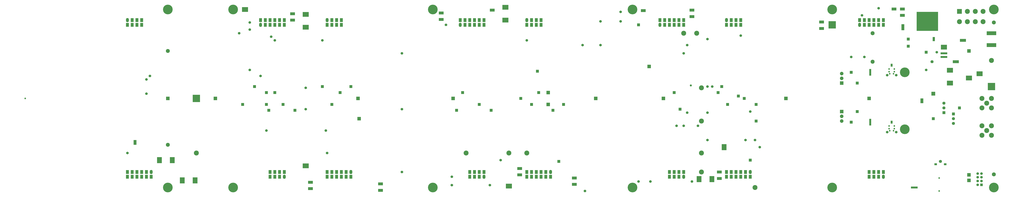
<source format=gbs>
*%FSLAX24Y24*%
*%MOIN*%
G01*
%ADD11C,0.0000*%
%ADD12C,0.0050*%
%ADD13C,0.0060*%
%ADD14C,0.0070*%
%ADD15C,0.0073*%
%ADD16C,0.0079*%
%ADD17C,0.0080*%
%ADD18C,0.0098*%
%ADD19C,0.0100*%
%ADD20C,0.0120*%
%ADD21C,0.0140*%
%ADD22C,0.0160*%
%ADD23C,0.0180*%
%ADD24C,0.0180*%
%ADD25C,0.0200*%
%ADD26C,0.0200*%
%ADD27C,0.0250*%
%ADD28C,0.0260*%
%ADD29C,0.0300*%
%ADD30C,0.0300*%
%ADD31C,0.0320*%
%ADD32C,0.0320*%
%ADD33C,0.0340*%
%ADD34C,0.0360*%
%ADD35C,0.0380*%
%ADD36C,0.0394*%
%ADD37C,0.0400*%
%ADD38C,0.0400*%
%ADD39C,0.0434*%
%ADD40C,0.0440*%
%ADD41C,0.0450*%
%ADD42C,0.0500*%
%ADD43C,0.0500*%
%ADD44C,0.0520*%
%ADD45C,0.0540*%
%ADD46C,0.0560*%
%ADD47O,0.0560X0.0850*%
%ADD48C,0.0580*%
%ADD49C,0.0600*%
%ADD50O,0.0600X0.0890*%
%ADD51C,0.0620*%
%ADD52C,0.0640*%
%ADD53C,0.0670*%
%ADD54C,0.0680*%
%ADD55C,0.0700*%
%ADD56C,0.0740*%
%ADD57C,0.0760*%
%ADD58C,0.0800*%
%ADD59C,0.0800*%
%ADD60C,0.0820*%
%ADD61C,0.0827*%
%ADD62C,0.0840*%
%ADD63C,0.0870*%
%ADD64C,0.0900*%
%ADD65C,0.1000*%
%ADD66C,0.1000*%
%ADD67C,0.1040*%
%ADD68C,0.1200*%
%ADD69C,0.1250*%
%ADD70C,0.1500*%
%ADD71C,0.1516*%
%ADD72C,0.1516*%
%ADD73C,0.2000*%
%ADD74C,0.2040*%
%ADD75C,0.2500*%
%ADD76R,0.0200X0.0200*%
%ADD77R,0.0200X0.0500*%
%ADD78R,0.0200X0.0650*%
%ADD79R,0.0200X0.1600*%
%ADD80R,0.0280X0.0600*%
%ADD81R,0.0300X0.0300*%
%ADD82R,0.0320X0.0640*%
%ADD83R,0.0350X0.0550*%
%ADD84R,0.0350X0.0800*%
%ADD85R,0.0360X0.0600*%
%ADD86R,0.0360X0.1300*%
%ADD87R,0.0400X0.0400*%
%ADD88R,0.0400X0.0640*%
%ADD89R,0.0400X0.1350*%
%ADD90R,0.0420X0.0850*%
%ADD91R,0.0440X0.1390*%
%ADD92R,0.0460X0.0890*%
%ADD93R,0.0500X0.0400*%
%ADD94R,0.0500X0.0500*%
%ADD95R,0.0500X0.0500*%
%ADD96R,0.0500X0.1200*%
%ADD97R,0.0540X0.0440*%
%ADD98R,0.0540X0.0540*%
%ADD99R,0.0540X0.0960*%
%ADD100R,0.0550X0.0650*%
%ADD101R,0.0551X0.0394*%
%ADD102R,0.0551X0.1417*%
%ADD103R,0.0560X0.0750*%
%ADD104R,0.0591X0.0984*%
%ADD105R,0.0591X0.0434*%
%ADD106R,0.0600X0.0600*%
%ADD107R,0.0600X0.0600*%
%ADD108R,0.0600X0.0790*%
%ADD109R,0.0600X0.1000*%
%ADD110R,0.0600X0.1250*%
%ADD111R,0.0631X0.1024*%
%ADD112R,0.0640X0.0640*%
%ADD113R,0.0640X0.1040*%
%ADD114R,0.0640X0.1290*%
%ADD115R,0.0700X0.0600*%
%ADD116R,0.0700X0.0700*%
%ADD117R,0.0700X0.0700*%
%ADD118R,0.0740X0.0640*%
%ADD119R,0.0740X0.0740*%
%ADD120R,0.0750X0.0750*%
%ADD121R,0.0790X0.0790*%
%ADD122R,0.0800X0.0800*%
%ADD123R,0.0800X0.0800*%
%ADD124R,0.0800X0.1250*%
%ADD125R,0.0840X0.0840*%
%ADD126R,0.0850X0.0500*%
%ADD127R,0.0890X0.0540*%
%ADD128R,0.0960X0.0540*%
%ADD129R,0.0960X0.1220*%
%ADD130R,0.1000X0.0600*%
%ADD131R,0.1000X0.1000*%
%ADD132R,0.1000X0.1250*%
%ADD133R,0.1040X0.0640*%
%ADD134R,0.1040X0.1040*%
%ADD135R,0.1040X0.1290*%
%ADD136R,0.1102X0.0394*%
%ADD137R,0.1200X0.0500*%
%ADD138R,0.1200X0.0950*%
%ADD139R,0.1200X0.1000*%
%ADD140R,0.1220X0.0960*%
%ADD141R,0.1250X0.0600*%
%ADD142R,0.1250X0.1000*%
%ADD143R,0.1290X0.0640*%
%ADD144R,0.1290X0.1040*%
%ADD145R,0.1300X0.0360*%
%ADD146R,0.1350X0.0400*%
%ADD147R,0.1390X0.0440*%
%ADD148R,0.1500X0.1500*%
%ADD149R,0.1540X0.1540*%
%ADD150R,0.1600X0.1600*%
%ADD151R,0.1700X0.1700*%
%ADD152R,0.1800X0.1800*%
%ADD153R,0.1900X0.0700*%
%ADD154R,0.1900X0.1900*%
%ADD155R,0.2000X0.0750*%
%ADD156R,0.2000X0.2000*%
%ADD157R,0.2040X0.0790*%
%ADD158R,0.2100X0.2100*%
%ADD159R,0.2200X0.2200*%
%ADD160R,0.2300X0.2300*%
%ADD161R,0.2400X0.1800*%
%ADD162R,0.2500X0.2500*%
D11*
X234140Y85810D02*
D03*
X231390Y86560D02*
D03*
Y85060D02*
D03*
Y81810D02*
D03*
X232390Y65560D02*
D03*
X231640Y60810D02*
D03*
X230390Y90060D02*
D03*
Y58810D02*
D03*
Y62810D02*
D03*
X229640Y97310D02*
D03*
Y95060D02*
D03*
X229890Y73810D02*
D03*
Y78810D02*
D03*
X229640Y68060D02*
D03*
X227840Y97360D02*
D03*
X228390Y91560D02*
D03*
X227890Y95060D02*
D03*
X228390Y89560D02*
D03*
X227140Y76060D02*
D03*
Y77810D02*
D03*
Y72060D02*
D03*
Y70310D02*
D03*
X228640Y65810D02*
D03*
X227140Y61810D02*
D03*
Y60310D02*
D03*
Y58810D02*
D03*
X228890Y61060D02*
D03*
X226140Y95060D02*
D03*
X225890Y83060D02*
D03*
X225640Y88810D02*
D03*
X225140Y69060D02*
D03*
Y67560D02*
D03*
Y66060D02*
D03*
X223390Y93810D02*
D03*
X224140Y80060D02*
D03*
X223640Y72060D02*
D03*
X223140Y58310D02*
D03*
X222890Y89560D02*
D03*
X222640Y83060D02*
D03*
X222890Y77810D02*
D03*
X222390Y73310D02*
D03*
Y60310D02*
D03*
X222640Y62060D02*
D03*
X220390Y95560D02*
D03*
X221140D02*
D03*
X221040Y91810D02*
D03*
X219640Y81810D02*
D03*
X219390Y95560D02*
D03*
X219990Y91860D02*
D03*
X220640Y77560D02*
D03*
X219640Y69060D02*
D03*
Y66060D02*
D03*
X219890Y67560D02*
D03*
X220390Y62060D02*
D03*
Y60310D02*
D03*
X219640Y59060D02*
D03*
X218390Y95560D02*
D03*
X218740Y91810D02*
D03*
X217640D02*
D03*
X217890Y84060D02*
D03*
X218140Y85560D02*
D03*
X217640Y95560D02*
D03*
X218640Y89560D02*
D03*
X217890Y88060D02*
D03*
X218390Y76060D02*
D03*
X217390Y60810D02*
D03*
X216390Y82560D02*
D03*
X216640Y93560D02*
D03*
X215890Y92560D02*
D03*
X217140Y73310D02*
D03*
X216890Y71810D02*
D03*
X215890Y60810D02*
D03*
X215140Y59060D02*
D03*
X213890Y85810D02*
D03*
Y67560D02*
D03*
Y69060D02*
D03*
X214140Y66060D02*
D03*
Y63060D02*
D03*
X212390Y91310D02*
D03*
X211890Y85560D02*
D03*
X213140Y88310D02*
D03*
X211890Y69060D02*
D03*
X212140Y66060D02*
D03*
X211390Y61060D02*
D03*
X211140Y97060D02*
D03*
X210140Y88310D02*
D03*
X210890Y79310D02*
D03*
X210740Y77010D02*
D03*
X210140Y73560D02*
D03*
Y72060D02*
D03*
X211140Y63060D02*
D03*
X208240Y77110D02*
D03*
X207640Y79310D02*
D03*
Y69060D02*
D03*
X207140Y82110D02*
D03*
X206140Y85810D02*
D03*
X207390Y67560D02*
D03*
X206090Y70560D02*
D03*
X205890Y63310D02*
D03*
X203890Y90310D02*
D03*
X204140Y82310D02*
D03*
Y84310D02*
D03*
X205440Y73510D02*
D03*
X204640Y68310D02*
D03*
X204890Y61310D02*
D03*
X205390Y58310D02*
D03*
X202740Y85810D02*
D03*
X202640Y94310D02*
D03*
X202690Y75760D02*
D03*
X202890Y77560D02*
D03*
X203140Y66810D02*
D03*
X201640Y68310D02*
D03*
Y63560D02*
D03*
Y65310D02*
D03*
X200890Y97060D02*
D03*
X201190Y70510D02*
D03*
X200140Y66810D02*
D03*
X200890Y60060D02*
D03*
X201140Y58560D02*
D03*
X199140Y69810D02*
D03*
X198890Y75910D02*
D03*
Y77560D02*
D03*
Y73060D02*
D03*
Y74560D02*
D03*
X198140Y97060D02*
D03*
Y89560D02*
D03*
Y83560D02*
D03*
Y82060D02*
D03*
X197890Y80560D02*
D03*
X198640Y63560D02*
D03*
Y65310D02*
D03*
X197890Y60310D02*
D03*
Y58560D02*
D03*
X196890Y86560D02*
D03*
Y88060D02*
D03*
Y85060D02*
D03*
X197140Y70060D02*
D03*
Y66810D02*
D03*
X194390Y94060D02*
D03*
X195640Y71310D02*
D03*
Y68310D02*
D03*
X193890Y77810D02*
D03*
X194140Y66060D02*
D03*
Y70060D02*
D03*
Y68310D02*
D03*
X195640Y65060D02*
D03*
X193890Y63560D02*
D03*
X194640Y61060D02*
D03*
X192640Y91060D02*
D03*
X193640Y75910D02*
D03*
Y74610D02*
D03*
X193690Y73260D02*
D03*
X192640Y71310D02*
D03*
Y68310D02*
D03*
Y65060D02*
D03*
X190640Y94060D02*
D03*
X191090Y70060D02*
D03*
X191140Y66160D02*
D03*
X191540Y73260D02*
D03*
X191140Y68310D02*
D03*
X190390Y60560D02*
D03*
X189390Y82060D02*
D03*
Y83560D02*
D03*
X188640Y91060D02*
D03*
X189390Y85060D02*
D03*
Y86560D02*
D03*
Y88060D02*
D03*
X189140Y80560D02*
D03*
X189640Y71310D02*
D03*
Y68310D02*
D03*
X188140Y70060D02*
D03*
Y68310D02*
D03*
X189640Y65060D02*
D03*
X188390Y63310D02*
D03*
X186640Y89810D02*
D03*
Y94060D02*
D03*
Y71310D02*
D03*
Y68310D02*
D03*
X187890Y60310D02*
D03*
X186640Y65060D02*
D03*
X184640Y91060D02*
D03*
X185190Y75910D02*
D03*
Y73260D02*
D03*
Y74710D02*
D03*
X185390Y78060D02*
D03*
X185140Y70060D02*
D03*
Y68310D02*
D03*
X184890Y66810D02*
D03*
Y65060D02*
D03*
X183140Y68060D02*
D03*
X183890Y63560D02*
D03*
X182640Y94310D02*
D03*
X182890Y72060D02*
D03*
Y78060D02*
D03*
X180390Y82060D02*
D03*
X181140Y75810D02*
D03*
X180640Y73810D02*
D03*
Y71560D02*
D03*
X180540Y68010D02*
D03*
X180390Y80560D02*
D03*
X179140Y86560D02*
D03*
Y83560D02*
D03*
X178140Y82310D02*
D03*
X179390Y89560D02*
D03*
X179640Y77310D02*
D03*
X178640Y73810D02*
D03*
Y71560D02*
D03*
X178140Y67560D02*
D03*
X179640Y63810D02*
D03*
Y65560D02*
D03*
X176890Y89810D02*
D03*
X177640Y85060D02*
D03*
Y88310D02*
D03*
X176640Y77310D02*
D03*
X176240Y74210D02*
D03*
X175390Y89560D02*
D03*
X176140Y94310D02*
D03*
X175890Y85060D02*
D03*
X176140Y71560D02*
D03*
X175140Y68560D02*
D03*
X174640Y74110D02*
D03*
Y72560D02*
D03*
X174890Y70060D02*
D03*
X175390Y59560D02*
D03*
X175140Y65560D02*
D03*
Y64060D02*
D03*
X173140Y91060D02*
D03*
X173890Y93060D02*
D03*
X172390Y88060D02*
D03*
Y85060D02*
D03*
Y83560D02*
D03*
Y82060D02*
D03*
Y86560D02*
D03*
X173740Y71510D02*
D03*
X172640Y60810D02*
D03*
X172140Y89560D02*
D03*
X170890Y77810D02*
D03*
Y73810D02*
D03*
X168390Y96310D02*
D03*
X170140Y69310D02*
D03*
X168890Y72810D02*
D03*
Y70310D02*
D03*
X169890Y63810D02*
D03*
X168140Y67560D02*
D03*
X167390Y85810D02*
D03*
Y79810D02*
D03*
Y69310D02*
D03*
X166140Y96560D02*
D03*
X165140Y88060D02*
D03*
Y77810D02*
D03*
Y79810D02*
D03*
Y67310D02*
D03*
X164890Y73310D02*
D03*
Y70310D02*
D03*
X165140Y63560D02*
D03*
X164140Y89810D02*
D03*
X163140Y95310D02*
D03*
X162940Y74910D02*
D03*
X163140Y73310D02*
D03*
X163390Y71810D02*
D03*
Y70310D02*
D03*
Y68810D02*
D03*
X164140Y61560D02*
D03*
X161740Y86110D02*
D03*
X161640Y67310D02*
D03*
X161890Y62810D02*
D03*
Y65560D02*
D03*
X162140Y59560D02*
D03*
X158640Y79810D02*
D03*
Y78060D02*
D03*
X158740Y58360D02*
D03*
X157390Y88060D02*
D03*
X156640Y80510D02*
D03*
X158140Y62810D02*
D03*
X155440Y78410D02*
D03*
X156140Y58310D02*
D03*
X154640Y65410D02*
D03*
Y62810D02*
D03*
X154740Y59510D02*
D03*
X154390Y84310D02*
D03*
X154440Y67310D02*
D03*
X153640Y78410D02*
D03*
X154390Y81310D02*
D03*
Y79810D02*
D03*
X153140Y62060D02*
D03*
X152640Y90060D02*
D03*
X152390Y94060D02*
D03*
X152640Y85810D02*
D03*
Y84310D02*
D03*
Y82810D02*
D03*
Y81310D02*
D03*
X151540Y65410D02*
D03*
X151640Y62810D02*
D03*
Y59510D02*
D03*
X148890Y89560D02*
D03*
Y97060D02*
D03*
Y94060D02*
D03*
Y74810D02*
D03*
Y73310D02*
D03*
Y71810D02*
D03*
Y70310D02*
D03*
Y68810D02*
D03*
Y67310D02*
D03*
X147440Y74910D02*
D03*
X147390Y58310D02*
D03*
X148390Y62560D02*
D03*
X148540Y65410D02*
D03*
X148640Y59610D02*
D03*
X146640Y85810D02*
D03*
Y84310D02*
D03*
X146040Y72410D02*
D03*
X145940Y70010D02*
D03*
Y74910D02*
D03*
X145140Y67410D02*
D03*
X146390Y60060D02*
D03*
X145240Y65410D02*
D03*
X145390Y63060D02*
D03*
X144640Y87810D02*
D03*
Y86560D02*
D03*
X143640Y92810D02*
D03*
X143890Y74060D02*
D03*
Y67560D02*
D03*
X144140Y61810D02*
D03*
X143590Y63060D02*
D03*
X141390Y94310D02*
D03*
X142440Y78510D02*
D03*
X142140Y72060D02*
D03*
X141890Y67560D02*
D03*
X140390Y97060D02*
D03*
X139640Y82810D02*
D03*
Y85810D02*
D03*
Y84310D02*
D03*
X139390Y92810D02*
D03*
X140390Y73560D02*
D03*
Y72060D02*
D03*
Y70560D02*
D03*
X140640Y69060D02*
D03*
X139640Y81310D02*
D03*
X137890Y88810D02*
D03*
X137140Y86560D02*
D03*
X138540Y67310D02*
D03*
X137640Y78210D02*
D03*
X138640Y65560D02*
D03*
X136340Y80610D02*
D03*
X136390Y65560D02*
D03*
X135390Y88810D02*
D03*
X134890Y82810D02*
D03*
Y84310D02*
D03*
Y85810D02*
D03*
Y79560D02*
D03*
X134140Y72060D02*
D03*
Y70560D02*
D03*
Y69060D02*
D03*
Y75060D02*
D03*
Y73560D02*
D03*
X132390Y97060D02*
D03*
X132890Y94560D02*
D03*
X131890Y91560D02*
D03*
X132940Y77810D02*
D03*
X132040Y67510D02*
D03*
X132390Y63810D02*
D03*
X132890Y59310D02*
D03*
X129640Y97060D02*
D03*
Y88810D02*
D03*
X129890Y85810D02*
D03*
X130390Y64060D02*
D03*
X130140Y59310D02*
D03*
X127890Y91560D02*
D03*
X128440Y75310D02*
D03*
X126640Y96060D02*
D03*
Y67810D02*
D03*
X126390Y72060D02*
D03*
Y70560D02*
D03*
X126140Y77210D02*
D03*
X126640Y64810D02*
D03*
X123390Y95810D02*
D03*
X124640Y67810D02*
D03*
X124390Y72060D02*
D03*
X124640Y69810D02*
D03*
Y64810D02*
D03*
X122640Y86060D02*
D03*
Y89060D02*
D03*
X122140Y84310D02*
D03*
Y82810D02*
D03*
X122640Y75310D02*
D03*
X122440Y68110D02*
D03*
X123240Y77210D02*
D03*
X122390Y70560D02*
D03*
Y72060D02*
D03*
X122140Y81310D02*
D03*
X122640Y64810D02*
D03*
X122140Y62810D02*
D03*
Y61310D02*
D03*
X120640Y95310D02*
D03*
X120390Y84310D02*
D03*
Y81310D02*
D03*
X120340Y79710D02*
D03*
X120240Y73610D02*
D03*
X117740Y68010D02*
D03*
X118640Y59560D02*
D03*
X117640Y65060D02*
D03*
X117140Y97310D02*
D03*
X116390Y89060D02*
D03*
X115540Y77210D02*
D03*
X115640Y75610D02*
D03*
X116640Y59560D02*
D03*
X112640Y77560D02*
D03*
Y75810D02*
D03*
X112140Y67560D02*
D03*
X112390Y79810D02*
D03*
Y62810D02*
D03*
Y61810D02*
D03*
Y60310D02*
D03*
X112140Y65060D02*
D03*
X110640Y85310D02*
D03*
X110390Y89060D02*
D03*
X109890Y91810D02*
D03*
X109640Y94310D02*
D03*
X110390Y73560D02*
D03*
X110140Y70560D02*
D03*
Y69060D02*
D03*
X109640Y72060D02*
D03*
X107840Y75110D02*
D03*
Y77310D02*
D03*
X108140Y72060D02*
D03*
X107390Y89060D02*
D03*
X107640Y91810D02*
D03*
X107140Y82310D02*
D03*
Y85060D02*
D03*
X106390Y67560D02*
D03*
X106640Y73610D02*
D03*
X106390Y65060D02*
D03*
X105690Y82210D02*
D03*
X104890Y86060D02*
D03*
X104640Y62560D02*
D03*
X103140Y83060D02*
D03*
Y86060D02*
D03*
Y87810D02*
D03*
Y81060D02*
D03*
X102740Y70010D02*
D03*
X103140Y60310D02*
D03*
X101640Y92310D02*
D03*
X100640Y67810D02*
D03*
Y77810D02*
D03*
Y64810D02*
D03*
X98140Y94310D02*
D03*
X98390Y80260D02*
D03*
X98640Y77810D02*
D03*
X99640Y60060D02*
D03*
X97640Y83060D02*
D03*
X96640Y84560D02*
D03*
X96390Y86060D02*
D03*
X96640Y81560D02*
D03*
X96390Y87560D02*
D03*
X96640Y90810D02*
D03*
X97640Y63060D02*
D03*
X94640Y91060D02*
D03*
X94890Y84560D02*
D03*
X95140Y77210D02*
D03*
Y75510D02*
D03*
Y70110D02*
D03*
Y63060D02*
D03*
Y65060D02*
D03*
X93140Y86060D02*
D03*
X93390Y83060D02*
D03*
X92840Y92210D02*
D03*
X92890Y87560D02*
D03*
X92390Y94060D02*
D03*
X93140Y78360D02*
D03*
X93340Y74910D02*
D03*
X93540Y70110D02*
D03*
X92690Y81010D02*
D03*
X92640Y76010D02*
D03*
Y77210D02*
D03*
X92140Y65060D02*
D03*
X91640Y91060D02*
D03*
X91890Y67560D02*
D03*
X91640Y70560D02*
D03*
Y71560D02*
D03*
X90140Y73710D02*
D03*
X91640Y62560D02*
D03*
X89640Y79810D02*
D03*
Y78260D02*
D03*
X89890Y60310D02*
D03*
X88390Y72060D02*
D03*
Y70560D02*
D03*
Y73560D02*
D03*
X87890Y86060D02*
D03*
Y83060D02*
D03*
X87140Y93060D02*
D03*
X87390Y95560D02*
D03*
X86640Y87560D02*
D03*
X86390Y83060D02*
D03*
X87140Y67560D02*
D03*
X87690Y79810D02*
D03*
X87640Y78310D02*
D03*
X87390Y75310D02*
D03*
X86390Y77310D02*
D03*
X87140Y64560D02*
D03*
X86040Y85910D02*
D03*
X84640Y95310D02*
D03*
X85340Y80810D02*
D03*
X84940Y68010D02*
D03*
X84390Y72060D02*
D03*
X85140Y60610D02*
D03*
X83990Y82610D02*
D03*
X84140Y79810D02*
D03*
Y78310D02*
D03*
Y77310D02*
D03*
X83890Y70560D02*
D03*
X82690Y68260D02*
D03*
X82640Y71810D02*
D03*
X81940Y87260D02*
D03*
X81640Y92310D02*
D03*
X80390Y89310D02*
D03*
X80940Y70460D02*
D03*
Y63360D02*
D03*
X80190Y82460D02*
D03*
X80040Y74710D02*
D03*
Y72510D02*
D03*
X79640Y71060D02*
D03*
Y68060D02*
D03*
X80140Y61310D02*
D03*
X78640Y65060D02*
D03*
X77690Y86760D02*
D03*
X77640Y83310D02*
D03*
X76640Y80060D02*
D03*
Y78060D02*
D03*
Y75810D02*
D03*
X77140Y60310D02*
D03*
X75640Y89310D02*
D03*
X76140Y91560D02*
D03*
X76190Y86760D02*
D03*
X75890Y73060D02*
D03*
X73890Y94310D02*
D03*
X74390Y73060D02*
D03*
Y59810D02*
D03*
X72840Y62160D02*
D03*
X71640Y89310D02*
D03*
Y85810D02*
D03*
X72140Y59810D02*
D03*
X70140Y94310D02*
D03*
X68640Y59810D02*
D03*
X67640Y89310D02*
D03*
Y83260D02*
D03*
X67390Y84560D02*
D03*
X67640Y80410D02*
D03*
X68040Y72810D02*
D03*
X66840Y70210D02*
D03*
Y76410D02*
D03*
X67890Y61560D02*
D03*
X64640Y94310D02*
D03*
Y70110D02*
D03*
X64740Y67910D02*
D03*
X64390Y92060D02*
D03*
X64590Y81760D02*
D03*
X63890Y90060D02*
D03*
X64440Y76410D02*
D03*
X63390Y62060D02*
D03*
X61640Y74310D02*
D03*
X62640Y64810D02*
D03*
X61140Y59560D02*
D03*
X61390Y61310D02*
D03*
X60390Y87310D02*
D03*
X59890Y85310D02*
D03*
X59140Y92060D02*
D03*
Y61310D02*
D03*
X58140Y67560D02*
D03*
X57890Y96560D02*
D03*
X56890Y86810D02*
D03*
X57640Y94310D02*
D03*
X56890Y81810D02*
D03*
Y83310D02*
D03*
X56840Y85410D02*
D03*
X56940Y72510D02*
D03*
X56890Y70310D02*
D03*
X56640Y89810D02*
D03*
X55640Y94310D02*
D03*
X56640Y64810D02*
D03*
X53890Y84060D02*
D03*
X54390Y82560D02*
D03*
X54440Y92260D02*
D03*
X52890Y86810D02*
D03*
Y91710D02*
D03*
Y89310D02*
D03*
X54390Y78810D02*
D03*
Y80810D02*
D03*
Y70310D02*
D03*
X54540Y72510D02*
D03*
X53640Y67560D02*
D03*
X52890Y70310D02*
D03*
X53140Y72510D02*
D03*
Y75060D02*
D03*
Y78060D02*
D03*
X53390Y60060D02*
D03*
X53640Y65060D02*
D03*
X51140Y86810D02*
D03*
X51240Y92310D02*
D03*
X51140Y84310D02*
D03*
Y80810D02*
D03*
D33*
X221890Y61060D02*
D03*
Y58310D02*
D03*
X209140Y93310D02*
D03*
X122140D02*
D03*
X211490Y71010D02*
D03*
X212440Y72010D02*
D03*
X211340D02*
D03*
X212440Y71460D02*
D03*
X211340D02*
D03*
X212290Y71010D02*
D03*
X211490Y83010D02*
D03*
X212440Y84010D02*
D03*
X211340D02*
D03*
X212440Y83460D02*
D03*
X211340D02*
D03*
X212290Y83010D02*
D03*
X29640Y77810D02*
D03*
D40*
X169640Y80560D02*
D03*
D45*
X221390Y87560D02*
D03*
X219140Y83810D02*
D03*
X209140Y96810D02*
D03*
X206140Y86560D02*
D03*
X205640Y95310D02*
D03*
X203390Y86560D02*
D03*
X184140Y67560D02*
D03*
X183140Y69060D02*
D03*
X182140Y75060D02*
D03*
X180140Y91060D02*
D03*
X181140Y69060D02*
D03*
X173140Y90310D02*
D03*
Y69060D02*
D03*
Y80310D02*
D03*
Y74810D02*
D03*
X174140Y80310D02*
D03*
X171140Y72060D02*
D03*
X168890Y89060D02*
D03*
Y74810D02*
D03*
X169890Y60310D02*
D03*
X168140Y87310D02*
D03*
Y72060D02*
D03*
X166640D02*
D03*
X161140Y60310D02*
D03*
X158640D02*
D03*
X154890Y96060D02*
D03*
Y94060D02*
D03*
X150640Y89060D02*
D03*
Y94060D02*
D03*
X146890Y89060D02*
D03*
X147390Y58310D02*
D03*
X135140Y90060D02*
D03*
X129640Y64810D02*
D03*
X127390Y59560D02*
D03*
X118140Y93310D02*
D03*
X119390Y61310D02*
D03*
Y59560D02*
D03*
X108890Y87310D02*
D03*
Y75560D02*
D03*
Y62310D02*
D03*
X92140Y90060D02*
D03*
X93140Y66310D02*
D03*
X92890Y71060D02*
D03*
X88640Y80060D02*
D03*
Y75560D02*
D03*
X81390Y90810D02*
D03*
X82140Y90060D02*
D03*
X80390Y71060D02*
D03*
X79140Y82560D02*
D03*
X76890Y83810D02*
D03*
Y93810D02*
D03*
Y92310D02*
D03*
X74640Y91560D02*
D03*
X55140Y81810D02*
D03*
X55890Y82560D02*
D03*
X55140Y78810D02*
D03*
X51140Y66310D02*
D03*
X212840Y70710D02*
D03*
X210940D02*
D03*
X212840Y82710D02*
D03*
X210940D02*
D03*
X230784Y60416D02*
D03*
Y61204D02*
D03*
Y61991D02*
D03*
X229996Y59629D02*
D03*
Y60416D02*
D03*
Y61204D02*
D03*
Y61991D02*
D03*
D50*
X84140Y61310D02*
D03*
X121140Y93310D02*
D03*
X135140Y94310D02*
D03*
X177140D02*
D03*
X163140Y93310D02*
D03*
X205140D02*
D03*
X210140Y61310D02*
D03*
X182140Y62310D02*
D03*
X168140Y61310D02*
D03*
X140140Y62310D02*
D03*
X126140Y61310D02*
D03*
X98140Y62310D02*
D03*
X93140Y94310D02*
D03*
X79140Y93310D02*
D03*
X51140Y94310D02*
D03*
X56140Y62310D02*
D03*
D52*
X222140Y64560D02*
D03*
X220390Y85560D02*
D03*
X224890Y72560D02*
D03*
Y73560D02*
D03*
X222890Y76810D02*
D03*
Y75810D02*
D03*
D56*
X201390Y82060D02*
D03*
Y83060D02*
D03*
Y74060D02*
D03*
Y73060D02*
D03*
D61*
X233390Y93810D02*
D03*
Y61810D02*
D03*
X59640Y87810D02*
D03*
Y68060D02*
D03*
D62*
X207890Y91560D02*
D03*
Y85560D02*
D03*
D67*
X232890Y85810D02*
D03*
X183140Y59060D02*
D03*
X170890Y91560D02*
D03*
X171890Y80060D02*
D03*
Y73060D02*
D03*
Y66310D02*
D03*
Y62310D02*
D03*
X168140Y91560D02*
D03*
X135140Y66310D02*
D03*
X131390D02*
D03*
X122390D02*
D03*
X65640D02*
D03*
X231120Y93977D02*
D03*
X229467D02*
D03*
X227813D02*
D03*
X226160D02*
D03*
X231120Y96143D02*
D03*
X229467D02*
D03*
X227813D02*
D03*
X232890Y77810D02*
D03*
X230890Y75810D02*
D03*
X232890D02*
D03*
X230890Y77810D02*
D03*
X231890Y76810D02*
D03*
X232890Y72060D02*
D03*
X230890Y70060D02*
D03*
X232890D02*
D03*
X230890Y72060D02*
D03*
X231890Y71060D02*
D03*
D74*
X115390Y96560D02*
D03*
X157390D02*
D03*
X214640Y71310D02*
D03*
X199390Y96560D02*
D03*
X214640Y83310D02*
D03*
X233390Y96560D02*
D03*
Y59060D02*
D03*
X199390D02*
D03*
X157390D02*
D03*
X115390D02*
D03*
X73390Y96560D02*
D03*
X59640D02*
D03*
X73390Y59060D02*
D03*
X59640D02*
D03*
D88*
X211890Y72810D02*
D03*
Y84810D02*
D03*
D91*
X207390Y72810D02*
D03*
Y83310D02*
D03*
D92*
X220730Y90310D02*
D03*
D97*
X223140Y63960D02*
D03*
X221140D02*
D03*
D98*
X230784Y59629D02*
D03*
D108*
X84140Y62310D02*
D03*
X81140D02*
D03*
X83140D02*
D03*
Y61310D02*
D03*
X82140D02*
D03*
X81140D02*
D03*
X82140Y62310D02*
D03*
X123140Y94310D02*
D03*
X126140D02*
D03*
Y93310D02*
D03*
X125140Y94310D02*
D03*
Y93310D02*
D03*
X124140D02*
D03*
X121140Y94310D02*
D03*
X124140D02*
D03*
X122140D02*
D03*
Y93310D02*
D03*
X123140D02*
D03*
X135140D02*
D03*
X138140D02*
D03*
X136140D02*
D03*
Y94310D02*
D03*
X137140D02*
D03*
X138140D02*
D03*
X137140Y93310D02*
D03*
X177140D02*
D03*
X180140D02*
D03*
X178140D02*
D03*
Y94310D02*
D03*
X179140D02*
D03*
X180140D02*
D03*
X179140Y93310D02*
D03*
X165140Y94310D02*
D03*
X168140D02*
D03*
Y93310D02*
D03*
X167140Y94310D02*
D03*
Y93310D02*
D03*
X166140D02*
D03*
X163140Y94310D02*
D03*
X166140D02*
D03*
X164140D02*
D03*
Y93310D02*
D03*
X165140D02*
D03*
X207140Y94310D02*
D03*
X210140D02*
D03*
Y93310D02*
D03*
X209140Y94310D02*
D03*
Y93310D02*
D03*
X208140D02*
D03*
X205140Y94310D02*
D03*
X208140D02*
D03*
X206140D02*
D03*
Y93310D02*
D03*
X207140D02*
D03*
X210140Y62310D02*
D03*
X207140D02*
D03*
X209140D02*
D03*
Y61310D02*
D03*
X208140D02*
D03*
X207140D02*
D03*
X208140Y62310D02*
D03*
X180140Y61310D02*
D03*
X177140D02*
D03*
Y62310D02*
D03*
X178140Y61310D02*
D03*
Y62310D02*
D03*
X179140D02*
D03*
X182140Y61310D02*
D03*
X179140D02*
D03*
X181140D02*
D03*
Y62310D02*
D03*
X180140D02*
D03*
X168140D02*
D03*
X165140D02*
D03*
X167140D02*
D03*
Y61310D02*
D03*
X166140D02*
D03*
X165140D02*
D03*
X166140Y62310D02*
D03*
X138140Y61310D02*
D03*
X135140D02*
D03*
Y62310D02*
D03*
X136140Y61310D02*
D03*
Y62310D02*
D03*
X137140D02*
D03*
X140140Y61310D02*
D03*
X137140D02*
D03*
X139140D02*
D03*
Y62310D02*
D03*
X138140D02*
D03*
X126140D02*
D03*
X123140D02*
D03*
X125140D02*
D03*
Y61310D02*
D03*
X124140D02*
D03*
X123140D02*
D03*
X124140Y62310D02*
D03*
X96140Y61310D02*
D03*
X93140D02*
D03*
Y62310D02*
D03*
X94140Y61310D02*
D03*
Y62310D02*
D03*
X95140D02*
D03*
X98140Y61310D02*
D03*
X95140D02*
D03*
X97140D02*
D03*
Y62310D02*
D03*
X96140D02*
D03*
X93140Y93310D02*
D03*
X96140D02*
D03*
X94140D02*
D03*
Y94310D02*
D03*
X95140D02*
D03*
X96140D02*
D03*
X95140Y93310D02*
D03*
X81140Y94310D02*
D03*
X84140D02*
D03*
Y93310D02*
D03*
X83140Y94310D02*
D03*
Y93310D02*
D03*
X82140D02*
D03*
X79140Y94310D02*
D03*
X82140D02*
D03*
X80140D02*
D03*
Y93310D02*
D03*
X81140D02*
D03*
X51140D02*
D03*
X54140D02*
D03*
X52140D02*
D03*
Y94310D02*
D03*
X53140D02*
D03*
X54140D02*
D03*
X53140Y93310D02*
D03*
X54140Y61310D02*
D03*
X51140D02*
D03*
Y62310D02*
D03*
X52140Y61310D02*
D03*
Y62310D02*
D03*
X53140D02*
D03*
X56140Y61310D02*
D03*
X53140D02*
D03*
X55140D02*
D03*
Y62310D02*
D03*
X54140D02*
D03*
D112*
X77890Y80310D02*
D03*
X75390Y76560D02*
D03*
X83890D02*
D03*
X86390Y75310D02*
D03*
X80890D02*
D03*
X80390Y76560D02*
D03*
Y79060D02*
D03*
X82140D02*
D03*
X137390Y83560D02*
D03*
X140640Y75310D02*
D03*
X142890Y76560D02*
D03*
X137640Y79060D02*
D03*
X133890Y77810D02*
D03*
X136140Y76560D02*
D03*
X127640Y75310D02*
D03*
X125140Y76560D02*
D03*
X120390Y75310D02*
D03*
X121640Y79060D02*
D03*
X158640Y93310D02*
D03*
X167390Y75560D02*
D03*
X166140Y79060D02*
D03*
X176140Y80310D02*
D03*
X175390Y79060D02*
D03*
X177390Y76560D02*
D03*
X179640Y78310D02*
D03*
X180890Y77810D02*
D03*
X183390Y73060D02*
D03*
Y76560D02*
D03*
X203390Y83310D02*
D03*
X204640Y81060D02*
D03*
Y75060D02*
D03*
X203390Y72810D02*
D03*
X226140Y75810D02*
D03*
X224890Y74560D02*
D03*
X222890Y74810D02*
D03*
X220640Y73560D02*
D03*
X215390Y88810D02*
D03*
Y90310D02*
D03*
X219140Y87560D02*
D03*
X182140Y64810D02*
D03*
X141890Y64560D02*
D03*
X94140Y76560D02*
D03*
X95890Y79060D02*
D03*
X98140Y80310D02*
D03*
X92140D02*
D03*
D113*
X218240Y77310D02*
D03*
X52740Y68560D02*
D03*
D114*
X214240Y92810D02*
D03*
D119*
X149640Y77810D02*
D03*
X139640Y76560D02*
D03*
Y79060D02*
D03*
X119640Y77810D02*
D03*
X160890Y84560D02*
D03*
X163890Y77810D02*
D03*
X189640D02*
D03*
X201390Y81060D02*
D03*
Y75060D02*
D03*
X207140Y77810D02*
D03*
X228140Y87810D02*
D03*
Y61710D02*
D03*
Y60560D02*
D03*
X99890Y73560D02*
D03*
X99640Y77810D02*
D03*
X59640D02*
D03*
X69640D02*
D03*
D125*
X220640Y78810D02*
D03*
D133*
X89640Y58810D02*
D03*
Y60160D02*
D03*
X117140Y95810D02*
D03*
Y94460D02*
D03*
X127890Y96410D02*
D03*
X169890Y95060D02*
D03*
Y96410D02*
D03*
X159640Y96310D02*
D03*
X214140Y95310D02*
D03*
Y96660D02*
D03*
X212390D02*
D03*
X197140Y92560D02*
D03*
Y93910D02*
D03*
X175640Y62310D02*
D03*
Y60960D02*
D03*
X145140Y61060D02*
D03*
Y59710D02*
D03*
X133640Y63060D02*
D03*
Y61710D02*
D03*
X104390Y59810D02*
D03*
Y58460D02*
D03*
X85890Y94310D02*
D03*
Y95660D02*
D03*
D134*
X226160Y96143D02*
D03*
D135*
X176640Y67560D02*
D03*
X171390Y60810D02*
D03*
X174090D02*
D03*
X65390Y60560D02*
D03*
X62690D02*
D03*
X57890Y64810D02*
D03*
X60590D02*
D03*
D143*
X225390Y85560D02*
D03*
X226890Y90060D02*
D03*
D144*
X88640Y63610D02*
D03*
X130640Y94310D02*
D03*
Y97010D02*
D03*
X224140Y81060D02*
D03*
Y83760D02*
D03*
X222890Y88610D02*
D03*
X228140Y82110D02*
D03*
X230390Y83010D02*
D03*
X131390Y59360D02*
D03*
X88640Y92810D02*
D03*
Y95510D02*
D03*
X75890Y96560D02*
D03*
D147*
X222890Y86560D02*
D03*
Y87310D02*
D03*
X216640Y59060D02*
D03*
D149*
X199390Y93310D02*
D03*
X232890Y80310D02*
D03*
X65640Y77810D02*
D03*
D157*
X232890Y91560D02*
D03*
Y89060D02*
D03*
D162*
X218390Y93310D02*
X220390D01*
Y94810D01*
X218390D01*
Y93310D01*
D02*
M02*

</source>
